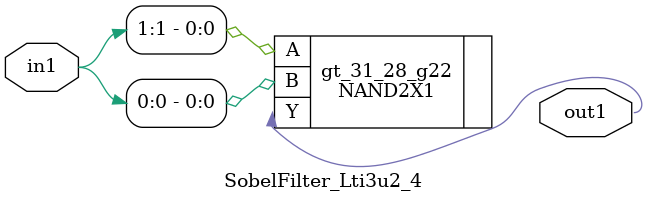
<source format=v>
`timescale 1ps / 1ps


module SobelFilter_Lti3u2_4(in1, out1);
  input [1:0] in1;
  output out1;
  wire [1:0] in1;
  wire out1;
  NAND2X1 gt_31_28_g22(.A (in1[1]), .B (in1[0]), .Y (out1));
endmodule



</source>
